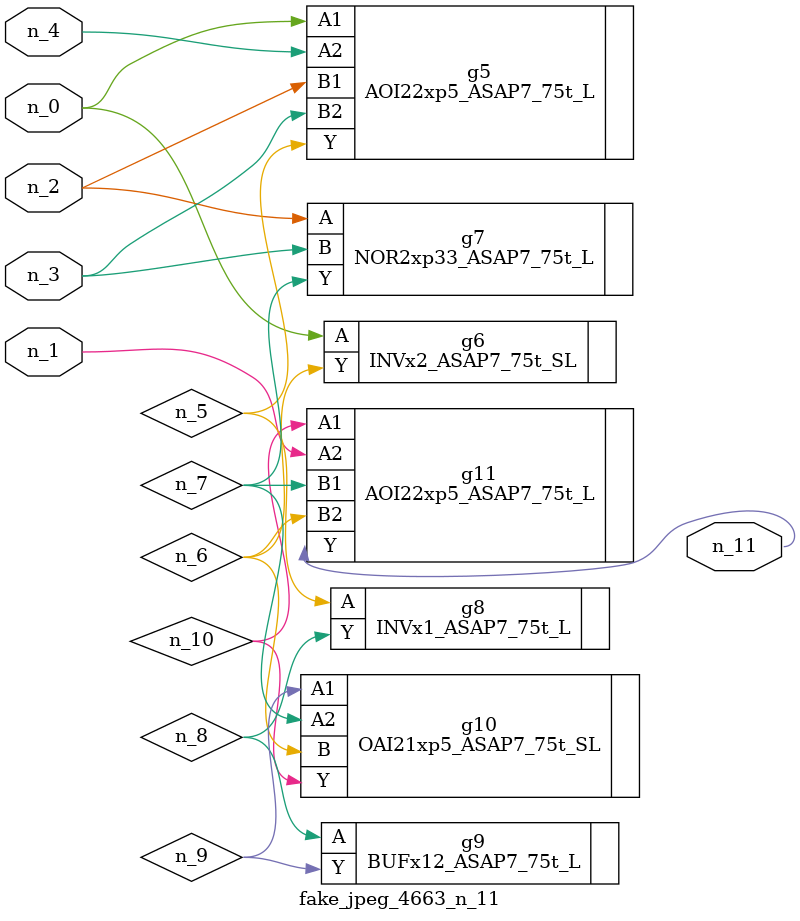
<source format=v>
module fake_jpeg_4663_n_11 (n_3, n_2, n_1, n_0, n_4, n_11);

input n_3;
input n_2;
input n_1;
input n_0;
input n_4;

output n_11;

wire n_10;
wire n_8;
wire n_9;
wire n_6;
wire n_5;
wire n_7;

AOI22xp5_ASAP7_75t_L g5 ( 
.A1(n_0),
.A2(n_4),
.B1(n_2),
.B2(n_3),
.Y(n_5)
);

INVx2_ASAP7_75t_SL g6 ( 
.A(n_0),
.Y(n_6)
);

NOR2xp33_ASAP7_75t_L g7 ( 
.A(n_2),
.B(n_3),
.Y(n_7)
);

INVx1_ASAP7_75t_L g8 ( 
.A(n_5),
.Y(n_8)
);

BUFx12_ASAP7_75t_L g9 ( 
.A(n_8),
.Y(n_9)
);

OAI21xp5_ASAP7_75t_SL g10 ( 
.A1(n_9),
.A2(n_7),
.B(n_6),
.Y(n_10)
);

AOI22xp5_ASAP7_75t_L g11 ( 
.A1(n_10),
.A2(n_1),
.B1(n_7),
.B2(n_6),
.Y(n_11)
);


endmodule
</source>
